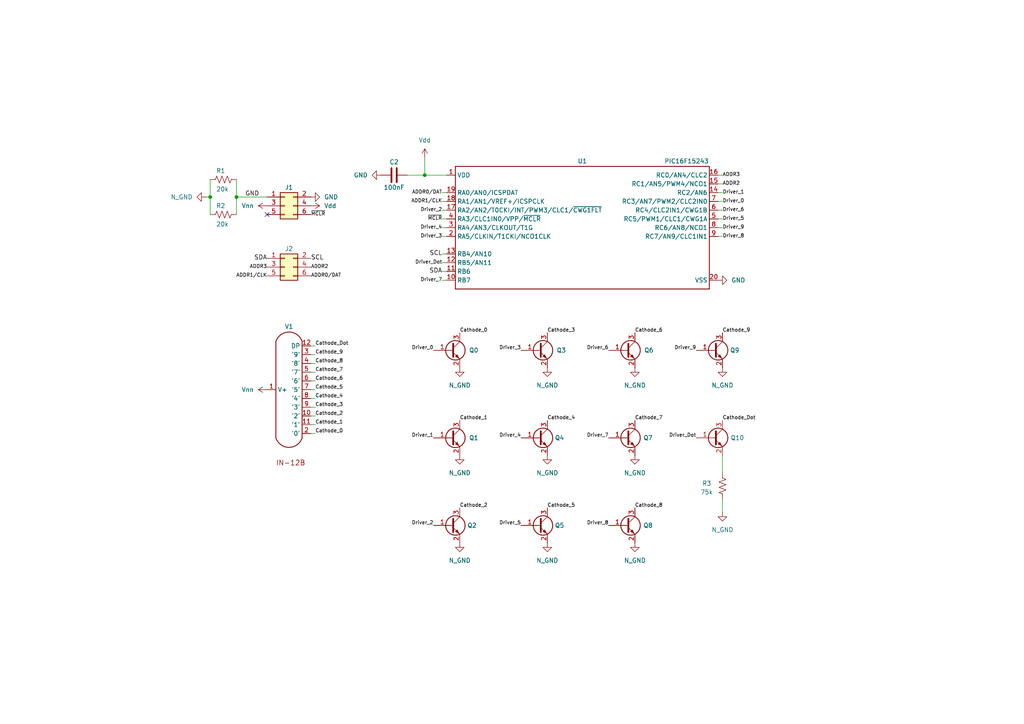
<source format=kicad_sch>
(kicad_sch (version 20231120) (generator "eeschema") (generator_version "8.0")
  (paper "A4")
  (lib_symbols
    (symbol "Connector_Generic:Conn_02x03_Odd_Even" (pin_names (offset 1.016) hide)
      (property "Reference" "J" (at 1.27 5.08 0))
      (property "Value" "Conn_02x03_Odd_Even" (at 1.27 -5.08 0))
      (symbol "Conn_02x03_Odd_Even_1_1"
        (rectangle (start -1.27 -2.413) (end 0 -2.667) (stroke (width 0.1524)))
        (rectangle (start -1.27 0.127) (end 0 -0.127) (stroke (width 0.1524)))
        (rectangle (start -1.27 2.667) (end 0 2.413) (stroke (width 0.1524)))
        (rectangle (start -1.27 3.81) (end 3.81 -3.81) (stroke (width 0.254)) (fill (type background)))
        (rectangle (start 3.81 -2.413) (end 2.54 -2.667) (stroke (width 0.1524)))
        (rectangle (start 3.81 0.127) (end 2.54 -0.127) (stroke (width 0.1524)))
        (rectangle (start 3.81 2.667) (end 2.54 2.413) (stroke (width 0.1524)))
        (pin passive line (at -5.08 2.54 0) (length 3.81) (name "Pin_1") (number "1"))
        (pin passive line (at 7.62 2.54 180) (length 3.81) (name "Pin_2") (number "2"))
        (pin passive line (at -5.08 0 0) (length 3.81) (name "Pin_3") (number "3"))
        (pin passive line (at 7.62 0 180) (length 3.81) (name "Pin_4") (number "4"))
        (pin passive line (at -5.08 -2.54 0) (length 3.81) (name "Pin_5") (number "5"))
        (pin passive line (at 7.62 -2.54 180) (length 3.81) (name "Pin_6") (number "6"))
      )
    )
    (symbol "Device:C" (pin_numbers hide) (pin_names (offset 0.254))
      (property "Reference" "C" (at 0.635 2.54 0))
      (property "Value" "C" (at 0.635 -2.54 0))
      (symbol "C_0_1"
        (polyline (pts (xy -2.032 -0.762) (xy 2.032 -0.762)) (stroke (width 0.508)))
        (polyline (pts (xy -2.032 0.762) (xy 2.032 0.762)) (stroke (width 0.508)))
      )
      (symbol "C_1_1"
        (pin passive line (at 0 3.81 270) (length 2.794) (name "~") (number "1"))
        (pin passive line (at 0 -3.81 90) (length 2.794) (name "~") (number "2"))
      )
    )
    (symbol "Device:R_US" (pin_numbers hide) (pin_names (offset 0))
      (property "Reference" "R" (at 2.54 0 90))
      (property "Value" "R_US" (at -2.54 0 90))
      (symbol "R_US_0_1"
        (polyline (pts (xy 0 -2.286) (xy 0 -2.54)))
        (polyline (pts (xy 0 2.286) (xy 0 2.54)))
        (polyline (pts (xy 0 -0.762) (xy 1.016 -1.143) (xy 0 -1.524) (xy -1.016 -1.905) (xy 0 -2.286)))
        (polyline (pts (xy 0 0.762) (xy 1.016 0.381) (xy 0 0) (xy -1.016 -0.381) (xy 0 -0.762)))
        (polyline (pts (xy 0 2.286) (xy 1.016 1.905) (xy 0 1.524) (xy -1.016 1.143) (xy 0 0.762)))
      )
      (symbol "R_US_1_1"
        (pin passive line (at 0 3.81 270) (length 1.27) (name "~") (number "1"))
        (pin passive line (at 0 -3.81 90) (length 1.27) (name "~") (number "2"))
      )
    )
    (symbol "Nixie Driver-eagle-import:IN-12B"
      (symbol "IN-12B_1_0"
        (arc (start -3.81 -15.772) (mid 0.0001 -18.518) (end 3.8101 -15.7718) (stroke (width 0.25)))
        (polyline (pts (xy -3.81 -15.772) (xy -3.81 12.168)) (stroke (width 0.25)))
        (polyline (pts (xy 3.81 12.168) (xy 3.81 -15.772)) (stroke (width 0.25)))
        (arc (start 3.81 12.168) (mid -0.0001 14.914) (end -3.8101 12.1678) (stroke (width 0.25)))
        (text "IN-12B" (at 3.81 18.518 0) (effects (font (size 1.48 1.48)) (justify right top)))
        (pin power_in line (at 6.35 -1.802 180) (length 2.54) (name "V+") (number "1"))
        (pin output line (at -6.35 5.818 0) (length 2.54) (name "'2'") (number "10"))
        (pin output line (at -6.35 8.358 0) (length 2.54) (name "'1'") (number "11"))
        (pin output line (at -6.35 -14.502 0) (length 2.54) (name "DP") (number "12"))
        (pin output line (at -6.35 10.898 0) (length 2.54) (name "'0'") (number "2"))
        (pin output line (at -6.35 -11.962 0) (length 2.54) (name "'9'") (number "3"))
        (pin output line (at -6.35 -9.422 0) (length 2.54) (name "'8'") (number "4"))
        (pin output line (at -6.35 -6.882 0) (length 2.54) (name "'7'") (number "5"))
        (pin output line (at -6.35 -4.342 0) (length 2.54) (name "'6'") (number "6"))
        (pin output line (at -6.35 -1.802 0) (length 2.54) (name "'5'") (number "7"))
        (pin output line (at -6.35 0.738 0) (length 2.54) (name "'4'") (number "8"))
        (pin output line (at -6.35 3.278 0) (length 2.54) (name "'3'") (number "9"))
      )
    )
    (symbol "Nixie Driver-eagle-import:PI16F15243T-I/SS"
      (symbol "PI16F15243T-I/SS_1_0"
        (polyline (pts (xy -36.83 -17.78) (xy -36.83 17.78)) (stroke (width 0.25)))
        (polyline (pts (xy -36.83 17.78) (xy 36.83 17.78)) (stroke (width 0.25)))
        (polyline (pts (xy 36.83 -17.78) (xy -36.83 -17.78)) (stroke (width 0.25)))
        (polyline (pts (xy 36.83 17.78) (xy 36.83 -17.78)) (stroke (width 0.25)))
        (pin power_in line (at -39.37 15.24 0) (length 2.54) (name "VDD") (number "1"))
        (pin bidirectional line (at -39.37 -15.24 0) (length 2.54) (name "RB7") (number "10"))
        (pin bidirectional line (at -39.37 -12.7 0) (length 2.54) (name "RB6") (number "11"))
        (pin bidirectional line (at -39.37 -10.16 0) (length 2.54) (name "RB5/AN11") (number "12"))
        (pin bidirectional line (at -39.37 -7.62 0) (length 2.54) (name "RB4/AN10") (number "13"))
        (pin bidirectional line (at 39.37 10.16 180) (length 2.54) (name "RC2/AN6") (number "14"))
        (pin bidirectional line (at 39.37 12.7 180) (length 2.54) (name "RC1/AN5/PWM4/NCO1") (number "15"))
        (pin bidirectional line (at 39.37 15.24 180) (length 2.54) (name "RC0/AN4/CLC2") (number "16"))
        (pin bidirectional line (at -39.37 5.08 0) (length 2.54) (name "RA2/AN2/T0CKI/INT/PWM3/CLC1/~{CWG1FLT}") (number "17"))
        (pin bidirectional line (at -39.37 7.62 0) (length 2.54) (name "RA1/AN1/VREF+/ICSPCLK") (number "18"))
        (pin bidirectional line (at -39.37 10.16 0) (length 2.54) (name "RA0/AN0/ICSPDAT") (number "19"))
        (pin bidirectional line (at -39.37 -2.54 0) (length 2.54) (name "RA5/CLKIN/T1CKI/NCO1CLK") (number "2"))
        (pin power_in line (at 39.37 -15.24 180) (length 2.54) (name "VSS") (number "20"))
        (pin bidirectional line (at -39.37 0 0) (length 2.54) (name "RA4/AN3/CLKOUT/T1G") (number "3"))
        (pin power_in line (at -39.37 2.54 0) (length 2.54) (name "RA3/CLC1IN0/VPP/~{MCLR}") (number "4"))
        (pin bidirectional line (at 39.37 2.54 180) (length 2.54) (name "RC5/PWM1/CLC1/CWG1A") (number "5"))
        (pin bidirectional line (at 39.37 5.08 180) (length 2.54) (name "RC4/CLC2IN1/CWG1B") (number "6"))
        (pin bidirectional line (at 39.37 7.62 180) (length 2.54) (name "RC3/AN7/PWM2/CLC2IN0") (number "7"))
        (pin bidirectional line (at 39.37 0 180) (length 2.54) (name "RC6/AN8/NCO1") (number "8"))
        (pin bidirectional line (at 39.37 -2.54 180) (length 2.54) (name "RC7/AN9/CLC1IN1") (number "9"))
      )
    )
    (symbol "R_US_1" (pin_numbers hide) (pin_names (offset 0))
      (property "Reference" "R" (at 2.54 0 90))
      (property "Value" "R_US" (at -2.54 0 90))
      (symbol "R_US_1_0_1"
        (polyline (pts (xy 0 -2.286) (xy 0 -2.54)))
        (polyline (pts (xy 0 2.286) (xy 0 2.54)))
        (polyline (pts (xy 0 -0.762) (xy 1.016 -1.143) (xy 0 -1.524) (xy -1.016 -1.905) (xy 0 -2.286)))
        (polyline (pts (xy 0 0.762) (xy 1.016 0.381) (xy 0 0) (xy -1.016 -0.381) (xy 0 -0.762)))
        (polyline (pts (xy 0 2.286) (xy 1.016 1.905) (xy 0 1.524) (xy -1.016 1.143) (xy 0 0.762)))
      )
      (symbol "R_US_1_1_1"
        (pin passive line (at 0 3.81 270) (length 1.27) (name "~") (number "1"))
        (pin passive line (at 0 -3.81 90) (length 1.27) (name "~") (number "2"))
      )
    )
    (symbol "Transistor_BJT:MMBTA42" (pin_names (offset 0) hide)
      (property "Reference" "Q" (at 5.08 1.905 0))
      (property "Value" "MMBTA42" (at 5.08 0 0))
      (symbol "MMBTA42_0_1"
        (polyline (pts (xy 0 0) (xy 0.635 0)))
        (polyline (pts (xy 0.635 0.635) (xy 2.54 2.54)))
        (polyline (pts (xy 0.635 -0.635) (xy 2.54 -2.54) (xy 2.54 -2.54)))
        (polyline (pts (xy 0.635 1.905) (xy 0.635 -1.905) (xy 0.635 -1.905)) (stroke (width 0.508)))
        (polyline (pts (xy 1.27 -1.778) (xy 1.778 -1.27) (xy 2.286 -2.286) (xy 1.27 -1.778) (xy 1.27 -1.778)) (fill (type outline)))
        (circle (center 1.27 0) (radius 2.8194) (stroke (width 0.254)))
      )
      (symbol "MMBTA42_1_1"
        (pin input line (at -5.08 0 0) (length 5.08) (name "B") (number "1"))
        (pin passive line (at 2.54 -5.08 90) (length 2.54) (name "E") (number "2"))
        (pin passive line (at 2.54 5.08 270) (length 2.54) (name "C") (number "3"))
      )
    )
    (symbol "power:+48V" (power) (pin_numbers hide) (pin_names (offset 0) hide)
      (property "Value" "+48V" (at 0 3.556 0))
      (symbol "+48V_0_1"
        (polyline (pts (xy -0.762 1.27) (xy 0 2.54)))
        (polyline (pts (xy 0 0) (xy 0 2.54)))
        (polyline (pts (xy 0 2.54) (xy 0.762 1.27)))
      )
      (symbol "+48V_1_1"
        (pin power_in line (at 0 0 90) (length 0) (name "~") (number "1"))
      )
    )
    (symbol "power:GND" (power) (pin_numbers hide) (pin_names (offset 0) hide)
      (property "Value" "GND" (at 0 -3.81 0))
      (symbol "GND_0_1"
        (polyline (pts (xy 0 0) (xy 0 -1.27) (xy 1.27 -1.27) (xy 0 -2.54) (xy -1.27 -1.27) (xy 0 -1.27)))
      )
      (symbol "GND_1_1"
        (pin power_in line (at 0 0 270) (length 0) (name "~") (number "1"))
      )
    )
    (symbol "power:GND1" (power) (pin_numbers hide) (pin_names (offset 0) hide)
      (property "Value" "GND1" (at 0 -3.81 0))
      (symbol "GND1_0_1"
        (polyline (pts (xy 0 0) (xy 0 -1.27) (xy 1.27 -1.27) (xy 0 -2.54) (xy -1.27 -1.27) (xy 0 -1.27)))
      )
      (symbol "GND1_1_1"
        (pin power_in line (at 0 0 270) (length 0) (name "~") (number "1"))
      )
    )
  )
  (junction (at 68.58 57.15))
  (junction (at 60.96 57.15))
  (junction (at 123.19 50.8))
  (no_connect (at 77.47 62.23))
  (wire (pts (xy 128.27 58.42) (xy 129.54 58.42)))
  (wire (pts (xy 128.27 55.88) (xy 129.54 55.88)))
  (wire (pts (xy 209.55 66.04) (xy 208.28 66.04)))
  (wire (pts (xy 209.55 50.8) (xy 208.28 50.8)))
  (wire (pts (xy 128.27 78.74) (xy 129.54 78.74)))
  (wire (pts (xy 209.55 55.88) (xy 208.28 55.88)))
  (wire (pts (xy 128.27 81.28) (xy 129.54 81.28)))
  (wire (pts (xy 128.27 76.2) (xy 129.54 76.2)))
  (wire (pts (xy 209.55 58.42) (xy 208.28 58.42)))
  (wire (pts (xy 209.55 60.96) (xy 208.28 60.96)))
  (wire (pts (xy 91.44 113.03) (xy 90.17 113.03)))
  (wire (pts (xy 91.44 115.57) (xy 90.17 115.57)))
  (wire (pts (xy 91.44 102.87) (xy 90.17 102.87)))
  (wire (pts (xy 209.55 144.78) (xy 209.55 148.59)))
  (wire (pts (xy 91.44 118.11) (xy 90.17 118.11)))
  (wire (pts (xy 128.27 73.66) (xy 129.54 73.66)))
  (wire (pts (xy 209.55 68.58) (xy 208.28 68.58)))
  (wire (pts (xy 91.44 100.33) (xy 90.17 100.33)))
  (wire (pts (xy 68.58 52.07) (xy 68.58 57.15)))
  (wire (pts (xy 91.44 107.95) (xy 90.17 107.95)))
  (wire (pts (xy 209.55 63.5) (xy 208.28 63.5)))
  (wire (pts (xy 123.19 45.72) (xy 123.19 50.8)))
  (wire (pts (xy 91.44 125.73) (xy 90.17 125.73)))
  (wire (pts (xy 128.27 60.96) (xy 129.54 60.96)))
  (wire (pts (xy 91.44 120.65) (xy 90.17 120.65)))
  (wire (pts (xy 209.55 53.34) (xy 208.28 53.34)))
  (wire (pts (xy 118.11 50.8) (xy 123.19 50.8)))
  (wire (pts (xy 60.96 57.15) (xy 60.96 62.23)))
  (wire (pts (xy 59.69 57.15) (xy 60.96 57.15)))
  (wire (pts (xy 128.27 63.5) (xy 129.54 63.5)))
  (wire (pts (xy 91.44 123.19) (xy 90.17 123.19)))
  (wire (pts (xy 128.27 68.58) (xy 129.54 68.58)))
  (wire (pts (xy 128.27 66.04) (xy 129.54 66.04)))
  (wire (pts (xy 68.58 62.23) (xy 68.58 57.15)))
  (wire (pts (xy 60.96 52.07) (xy 60.96 57.15)))
  (wire (pts (xy 68.58 57.15) (xy 77.47 57.15)))
  (wire (pts (xy 123.19 50.8) (xy 129.54 50.8)))
  (wire (pts (xy 91.44 105.41) (xy 90.17 105.41)))
  (wire (pts (xy 209.55 132.08) (xy 209.55 137.16)))
  (wire (pts (xy 91.44 110.49) (xy 90.17 110.49)))
  (label "Cathode_3" (at 158.75 96.52 0) (effects (font (size 1.016 1.016))))
  (label "Cathode_6" (at 184.15 96.52 0) (effects (font (size 1.016 1.016))))
  (label "Cathode_6" (at 91.44 110.49 0) (effects (font (size 1.016 1.016))))
  (label "Cathode_7" (at 184.15 121.92 0) (effects (font (size 1.016 1.016))))
  (label "Driver_Dot" (at 201.93 127 180) (effects (font (size 1.016 1.016))))
  (label "Driver_5" (at 209.55 63.5 0) (effects (font (size 1.016 1.016))))
  (label "Driver_5" (at 151.13 152.4 180) (effects (font (size 1.016 1.016))))
  (label "Driver_3" (at 128.27 68.58 180) (effects (font (size 1.016 1.016))))
  (label "Driver_7" (at 128.27 81.28 180) (effects (font (size 1.016 1.016))))
  (label "Cathode_4" (at 91.44 115.57 0) (effects (font (size 1.016 1.016))))
  (label "Driver_4" (at 151.13 127 180) (effects (font (size 1.016 1.016))))
  (label "Driver_9" (at 209.55 66.04 0) (effects (font (size 1.016 1.016))))
  (label "Cathode_0" (at 133.35 96.52 0) (effects (font (size 1.016 1.016))))
  (label "ADDR1/CLK" (at 128.27 58.42 180) (effects (font (size 1.016 1.016))))
  (label "Driver_Dot" (at 128.27 76.2 180) (effects (font (size 1.016 1.016))))
  (label "Driver_8" (at 176.53 152.4 180) (effects (font (size 1.016 1.016))))
  (label "Cathode_2" (at 91.44 120.65 0) (effects (font (size 1.016 1.016))))
  (label "Driver_7" (at 176.53 127 180) (effects (font (size 1.016 1.016))))
  (label "Driver_1" (at 125.73 127 180) (effects (font (size 1.016 1.016))))
  (label "SDA" (at 128.27 78.74 180))
  (label "ADDR3" (at 77.47 77.47 180) (effects (font (size 1.016 1.016))))
  (label "GND" (at 71.12 57.15 0))
  (label "Cathode_Dot" (at 209.55 121.92 0) (effects (font (size 1.016 1.016))))
  (label "Cathode_9" (at 209.55 96.52 0) (effects (font (size 1.016 1.016))))
  (label "Driver_2" (at 125.73 152.4 180) (effects (font (size 1.016 1.016))))
  (label "Cathode_7" (at 91.44 107.95 0) (effects (font (size 1.016 1.016))))
  (label "Driver_6" (at 209.55 60.96 0) (effects (font (size 1.016 1.016))))
  (label "ADDR1/CLK" (at 77.47 80.01 180) (effects (font (size 1.016 1.016))))
  (label "Cathode_8" (at 91.44 105.41 0) (effects (font (size 1.016 1.016))))
  (label "Driver_3" (at 151.13 101.6 180) (effects (font (size 1.016 1.016))))
  (label "Driver_9" (at 201.93 101.6 180) (effects (font (size 1.016 1.016))))
  (label "Cathode_8" (at 184.15 147.32 0) (effects (font (size 1.016 1.016))))
  (label "SCL" (at 128.27 73.66 180))
  (label "ADDR0/DAT" (at 90.17 80.01 0) (effects (font (size 1.016 1.016))))
  (label "ADDR2" (at 209.55 53.34 0) (effects (font (size 1.016 1.016))))
  (label "Driver_0" (at 209.55 58.42 0) (effects (font (size 1.016 1.016))))
  (label "SCL" (at 90.17 74.93 0))
  (label "Cathode_5" (at 91.44 113.03 0) (effects (font (size 1.016 1.016))))
  (label "Cathode_1" (at 91.44 123.19 0) (effects (font (size 1.016 1.016))))
  (label "~{MCLR}" (at 90.17 62.23 0) (effects (font (size 1.016 1.016))))
  (label "Cathode_9" (at 91.44 102.87 0) (effects (font (size 1.016 1.016))))
  (label "ADDR3" (at 209.55 50.8 0) (effects (font (size 1.016 1.016))))
  (label "~{MCLR}" (at 128.27 63.5 180) (effects (font (size 1.016 1.016))))
  (label "SDA" (at 77.47 74.93 180))
  (label "Driver_6" (at 176.53 101.6 180) (effects (font (size 1.016 1.016))))
  (label "Cathode_Dot" (at 91.44 100.33 0) (effects (font (size 1.016 1.016))))
  (label "Cathode_2" (at 133.35 147.32 0) (effects (font (size 1.016 1.016))))
  (label "Cathode_4" (at 158.75 121.92 0) (effects (font (size 1.016 1.016))))
  (label "ADDR0/DAT" (at 128.27 55.88 180) (effects (font (size 1.016 1.016))))
  (label "Cathode_1" (at 133.35 121.92 0) (effects (font (size 1.016 1.016))))
  (label "Driver_8" (at 209.55 68.58 0) (effects (font (size 1.016 1.016))))
  (label "Driver_2" (at 128.27 60.96 180) (effects (font (size 1.016 1.016))))
  (label "Cathode_5" (at 158.75 147.32 0) (effects (font (size 1.016 1.016))))
  (label "Driver_0" (at 125.73 101.6 180) (effects (font (size 1.016 1.016))))
  (label "Cathode_0" (at 91.44 125.73 0) (effects (font (size 1.016 1.016))))
  (label "Driver_1" (at 209.55 55.88 0) (effects (font (size 1.016 1.016))))
  (label "ADDR2" (at 90.17 77.47 0) (effects (font (size 1.016 1.016))))
  (label "Driver_4" (at 128.27 66.04 180) (effects (font (size 1.016 1.016))))
  (label "Cathode_3" (at 91.44 118.11 0) (effects (font (size 1.016 1.016))))
  (symbol (lib_id "power:+48V") (at 123.19 45.72 0) (unit 1)
    (property "Reference" "#PWR017" (effects (hide yes)))
    (property "Value" "Vdd" (at 123.19 40.64 0))
    (property "Description" "Power symbol creates a global label with name \"+48V\"" (effects (hide yes)))
  )
  (symbol (lib_id "Nixie Driver-eagle-import:PI16F15243T-I/SS") (at 168.91 66.04 0) (unit 1)
    (property "Reference" "U1" (at 168.91 46.736 0))
    (property "Value" "PIC16F15243" (at 199.136 46.736 0))
    (property "Footprint" "Package_SO:SSOP-20_5.3x7.2mm_P0.65mm" (effects (hide yes)))
  )
  (symbol (lib_id "Transistor_BJT:MMBTA42") (at 156.21 101.6 0) (unit 1)
    (property "Reference" "Q3" (at 162.814 101.6 0))
    (property "Value" "MMBTA42LT1G" (effects (hide yes)))
    (property "Footprint" "Package_TO_SOT_SMD:SOT-23" (effects (hide yes)))
    (property "Datasheet" "https://www.onsemi.com/pub/Collateral/MMBTA42LT1-D.PDF" (effects (hide yes)))
    (property "Description" "0.5A Ic, 300V Vce, NPN High Voltage Transistor, SOT-23" (effects (hide yes)))
  )
  (symbol (lib_id "power:GND1") (at 133.35 157.48 0) (unit 1)
    (property "Reference" "#PWR011" (effects (hide yes)))
    (property "Value" "N_GND" (at 133.35 162.56 0))
    (property "Description" "Power symbol creates a global label with name \"GND1\" , ground" (effects (hide yes)))
  )
  (symbol (lib_id "power:GND1") (at 184.15 132.08 0) (unit 1)
    (property "Reference" "#PWR010" (effects (hide yes)))
    (property "Value" "N_GND" (at 184.15 137.16 0))
    (property "Description" "Power symbol creates a global label with name \"GND1\" , ground" (effects (hide yes)))
  )
  (symbol (lib_id "Device:R_US") (at 64.77 52.07 90) (unit 1)
    (property "Reference" "R1" (at 64.008 49.53 90))
    (property "Value" "20k" (at 64.516 54.864 90))
    (property "Footprint" "Resistor_SMD:R_1206_3216Metric" (effects (hide yes)))
    (property "Description" "Resistor, US symbol" (effects (hide yes)))
  )
  (symbol (lib_id "power:GND1") (at 184.15 157.48 0) (unit 1)
    (property "Reference" "#PWR013" (effects (hide yes)))
    (property "Value" "N_GND" (at 184.15 162.56 0))
    (property "Description" "Power symbol creates a global label with name \"GND1\" , ground" (effects (hide yes)))
  )
  (symbol (lib_id "Connector_Generic:Conn_02x03_Odd_Even") (at 82.55 59.69 0) (unit 1)
    (property "Reference" "J1" (at 83.82 54.356 0))
    (property "Value" "Conn_02x03_Odd_Even" (effects (hide yes)))
    (property "Footprint" "Connector_PinHeader_2.54mm:PinHeader_2x03_P2.54mm_Vertical" (effects (hide yes)))
    (property "Description" "Generic connector, double row, 02x03, odd/even pin numbering scheme (row 1 odd numbers, row 2 even numbers), script generated (kicad-library-utils/schlib/autogen/connector/)" (effects (hide yes)))
  )
  (symbol (lib_id "power:GND1") (at 59.69 57.15 270) (unit 1)
    (property "Reference" "#PWR03" (effects (hide yes)))
    (property "Value" "N_GND" (at 55.88 57.1499 90) (effects (justify right)))
    (property "Description" "Power symbol creates a global label with name \"GND1\" , ground" (effects (hide yes)))
  )
  (symbol (lib_id "power:GND1") (at 209.55 148.59 0) (unit 1)
    (property "Reference" "#PWR014" (effects (hide yes)))
    (property "Value" "N_GND" (at 209.55 153.67 0))
    (property "Description" "Power symbol creates a global label with name \"GND1\" , ground" (effects (hide yes)))
  )
  (symbol (lib_id "Device:C") (at 114.3 50.8 270) (unit 1)
    (property "Reference" "C2" (at 114.3 46.99 90))
    (property "Value" "100nF" (at 114.3 54.356 90))
    (property "Footprint" "Capacitor_SMD:C_0603_1608Metric" (effects (hide yes)))
    (property "Description" "Unpolarized capacitor" (effects (hide yes)))
  )
  (symbol (lib_id "power:GND1") (at 133.35 106.68 0) (unit 1)
    (property "Reference" "#PWR04" (effects (hide yes)))
    (property "Value" "N_GND" (at 133.35 111.76 0))
    (property "Description" "Power symbol creates a global label with name \"GND1\" , ground" (effects (hide yes)))
  )
  (symbol (lib_id "power:GND1") (at 158.75 106.68 0) (unit 1)
    (property "Reference" "#PWR05" (effects (hide yes)))
    (property "Value" "N_GND" (at 158.75 111.76 0))
    (property "Description" "Power symbol creates a global label with name \"GND1\" , ground" (effects (hide yes)))
  )
  (symbol (lib_id "power:GND") (at 208.28 81.28 90) (unit 1)
    (property "Reference" "#PWR019" (effects (hide yes)))
    (property "Value" "GND" (at 212.09 81.2799 90) (effects (justify right)))
    (property "Description" "Power symbol creates a global label with name \"GND\" , ground" (effects (hide yes)))
  )
  (symbol (lib_id "Nixie Driver-eagle-import:IN-12B") (at 83.82 114.832 180) (unit 1)
    (property "Reference" "V1" (at 83.82 93.98 0) (effects (justify bottom)))
    (property "Value" "IN-12B" (effects (hide yes)))
    (property "Footprint" "Nixie Driver:IN-12[A_B]" (effects (hide yes)))
  )
  (symbol (lib_id "power:GND1") (at 158.75 132.08 0) (unit 1)
    (property "Reference" "#PWR09" (effects (hide yes)))
    (property "Value" "N_GND" (at 158.75 137.16 0))
    (property "Description" "Power symbol creates a global label with name \"GND1\" , ground" (effects (hide yes)))
  )
  (symbol (lib_id "Transistor_BJT:MMBTA42") (at 207.01 101.6 0) (unit 1)
    (property "Reference" "Q9" (at 213.106 101.6 0))
    (property "Value" "MMBTA42LT1G" (effects (hide yes)))
    (property "Footprint" "Package_TO_SOT_SMD:SOT-23" (effects (hide yes)))
    (property "Datasheet" "https://www.onsemi.com/pub/Collateral/MMBTA42LT1-D.PDF" (effects (hide yes)))
    (property "Description" "0.5A Ic, 300V Vce, NPN High Voltage Transistor, SOT-23" (effects (hide yes)))
  )
  (symbol (lib_id "Transistor_BJT:MMBTA42") (at 156.21 152.4 0) (unit 1)
    (property "Reference" "Q5" (at 162.306 152.4 0))
    (property "Value" "MMBTA42LT1G" (effects (hide yes)))
    (property "Footprint" "Package_TO_SOT_SMD:SOT-23" (effects (hide yes)))
    (property "Datasheet" "https://www.onsemi.com/pub/Collateral/MMBTA42LT1-D.PDF" (effects (hide yes)))
    (property "Description" "0.5A Ic, 300V Vce, NPN High Voltage Transistor, SOT-23" (effects (hide yes)))
  )
  (symbol (lib_id "Transistor_BJT:MMBTA42") (at 130.81 127 0) (unit 1)
    (property "Reference" "Q1" (at 137.414 127 0))
    (property "Value" "MMBTA42LT1G" (effects (hide yes)))
    (property "Footprint" "Package_TO_SOT_SMD:SOT-23" (effects (hide yes)))
    (property "Datasheet" "https://www.onsemi.com/pub/Collateral/MMBTA42LT1-D.PDF" (effects (hide yes)))
    (property "Description" "0.5A Ic, 300V Vce, NPN High Voltage Transistor, SOT-23" (effects (hide yes)))
  )
  (symbol (lib_id "power:+48V") (at 77.47 59.69 90) (unit 1)
    (property "Reference" "#PWR016" (effects (hide yes)))
    (property "Value" "Vnn" (at 73.66 59.6901 90) (effects (justify left)))
    (property "Description" "Power symbol creates a global label with name \"+48V\"" (effects (hide yes)))
  )
  (symbol (lib_id "Transistor_BJT:MMBTA42") (at 181.61 101.6 0) (unit 1)
    (property "Reference" "Q6" (at 188.214 101.6 0))
    (property "Value" "MMBTA42LT1G" (effects (hide yes)))
    (property "Footprint" "Package_TO_SOT_SMD:SOT-23" (effects (hide yes)))
    (property "Datasheet" "https://www.onsemi.com/pub/Collateral/MMBTA42LT1-D.PDF" (effects (hide yes)))
    (property "Description" "0.5A Ic, 300V Vce, NPN High Voltage Transistor, SOT-23" (effects (hide yes)))
  )
  (symbol (lib_id "power:+48V") (at 90.17 59.69 270) (unit 1)
    (property "Reference" "#PWR018" (effects (hide yes)))
    (property "Value" "Vdd" (at 93.98 59.6899 90) (effects (justify left)))
    (property "Description" "Power symbol creates a global label with name \"+48V\"" (effects (hide yes)))
  )
  (symbol (lib_id "Transistor_BJT:MMBTA42") (at 156.21 127 0) (unit 1)
    (property "Reference" "Q4" (at 162.306 127 0))
    (property "Value" "MMBTA42LT1G" (effects (hide yes)))
    (property "Footprint" "Package_TO_SOT_SMD:SOT-23" (effects (hide yes)))
    (property "Datasheet" "https://www.onsemi.com/pub/Collateral/MMBTA42LT1-D.PDF" (effects (hide yes)))
    (property "Description" "0.5A Ic, 300V Vce, NPN High Voltage Transistor, SOT-23" (effects (hide yes)))
  )
  (symbol (lib_id "power:+48V") (at 77.47 113.03 90) (unit 1)
    (property "Reference" "#PWR015" (effects (hide yes)))
    (property "Value" "Vnn" (at 73.66 113.0299 90) (effects (justify left)))
    (property "Description" "Power symbol creates a global label with name \"+48V\"" (effects (hide yes)))
  )
  (symbol (lib_id "Transistor_BJT:MMBTA42") (at 130.81 152.4 0) (unit 1)
    (property "Reference" "Q2" (at 136.906 152.4 0))
    (property "Value" "MMBTA42LT1G" (effects (hide yes)))
    (property "Footprint" "Package_TO_SOT_SMD:SOT-23" (effects (hide yes)))
    (property "Datasheet" "https://www.onsemi.com/pub/Collateral/MMBTA42LT1-D.PDF" (effects (hide yes)))
    (property "Description" "0.5A Ic, 300V Vce, NPN High Voltage Transistor, SOT-23" (effects (hide yes)))
  )
  (symbol (lib_id "power:GND1") (at 209.55 106.68 0) (unit 1)
    (property "Reference" "#PWR07" (effects (hide yes)))
    (property "Value" "N_GND" (at 209.55 111.76 0))
    (property "Description" "Power symbol creates a global label with name \"GND1\" , ground" (effects (hide yes)))
  )
  (symbol (lib_id "Transistor_BJT:MMBTA42") (at 181.61 152.4 0) (unit 1)
    (property "Reference" "Q8" (at 187.96 152.4 0))
    (property "Value" "MMBTA42LT1G" (effects (hide yes)))
    (property "Footprint" "Package_TO_SOT_SMD:SOT-23" (effects (hide yes)))
    (property "Datasheet" "https://www.onsemi.com/pub/Collateral/MMBTA42LT1-D.PDF" (effects (hide yes)))
    (property "Description" "0.5A Ic, 300V Vce, NPN High Voltage Transistor, SOT-23" (effects (hide yes)))
  )
  (symbol (lib_id "Transistor_BJT:MMBTA42") (at 207.01 127 0) (unit 1)
    (property "Reference" "Q10" (at 213.868 127 0))
    (property "Value" "MMBTA42LT1G" (effects (hide yes)))
    (property "Footprint" "Package_TO_SOT_SMD:SOT-23" (effects (hide yes)))
    (property "Datasheet" "https://www.onsemi.com/pub/Collateral/MMBTA42LT1-D.PDF" (effects (hide yes)))
    (property "Description" "0.5A Ic, 300V Vce, NPN High Voltage Transistor, SOT-23" (effects (hide yes)))
  )
  (symbol (lib_id "power:GND") (at 110.49 50.8 270) (unit 1)
    (property "Reference" "#PWR01" (effects (hide yes)))
    (property "Value" "GND" (at 106.68 50.7999 90) (effects (justify right)))
    (property "Description" "Power symbol creates a global label with name \"GND\" , ground" (effects (hide yes)))
  )
  (symbol (lib_id "Connector_Generic:Conn_02x03_Odd_Even") (at 82.55 77.47 0) (unit 1)
    (property "Reference" "J2" (at 83.82 72.136 0))
    (property "Value" "Conn_02x03_Odd_Even" (effects (hide yes)))
    (property "Footprint" "Connector_PinHeader_2.54mm:PinHeader_2x03_P2.54mm_Vertical" (effects (hide yes)))
    (property "Description" "Generic connector, double row, 02x03, odd/even pin numbering scheme (row 1 odd numbers, row 2 even numbers), script generated (kicad-library-utils/schlib/autogen/connector/)" (effects (hide yes)))
  )
  (symbol (lib_id "power:GND1") (at 133.35 132.08 0) (unit 1)
    (property "Reference" "#PWR08" (effects (hide yes)))
    (property "Value" "N_GND" (at 133.35 137.16 0))
    (property "Description" "Power symbol creates a global label with name \"GND1\" , ground" (effects (hide yes)))
  )
  (symbol (lib_id "power:GND1") (at 184.15 106.68 0) (unit 1)
    (property "Reference" "#PWR06" (effects (hide yes)))
    (property "Value" "N_GND" (at 184.15 111.76 0))
    (property "Description" "Power symbol creates a global label with name \"GND1\" , ground" (effects (hide yes)))
  )
  (symbol (lib_id "power:GND") (at 90.17 57.15 90) (unit 1)
    (property "Reference" "#PWR02" (effects (hide yes)))
    (property "Value" "GND" (at 93.98 57.1499 90) (effects (justify right)))
    (property "Description" "Power symbol creates a global label with name \"GND\" , ground" (effects (hide yes)))
  )
  (symbol (lib_id "power:GND1") (at 158.75 157.48 0) (unit 1)
    (property "Reference" "#PWR012" (effects (hide yes)))
    (property "Value" "N_GND" (at 158.75 162.56 0))
    (property "Description" "Power symbol creates a global label with name \"GND1\" , ground" (effects (hide yes)))
  )
  (symbol (lib_id "Transistor_BJT:MMBTA42") (at 130.81 101.6 0) (unit 1)
    (property "Reference" "Q0" (at 137.414 101.6 0))
    (property "Value" "MMBTA42LT1G" (effects (hide yes)))
    (property "Footprint" "Package_TO_SOT_SMD:SOT-23" (effects (hide yes)))
    (property "Datasheet" "https://www.onsemi.com/pub/Collateral/MMBTA42LT1-D.PDF" (effects (hide yes)))
    (property "Description" "0.5A Ic, 300V Vce, NPN High Voltage Transistor, SOT-23" (effects (hide yes)))
  )
  (symbol (lib_id "Device:R_US") (at 64.77 62.23 90) (unit 1)
    (property "Reference" "R2" (at 64.008 59.69 90))
    (property "Value" "20k" (at 64.516 65.024 90))
    (property "Footprint" "Resistor_SMD:R_1206_3216Metric" (effects (hide yes)))
    (property "Description" "Resistor, US symbol" (effects (hide yes)))
  )
  (symbol (lib_id "Transistor_BJT:MMBTA42") (at 181.61 127 0) (unit 1)
    (property "Reference" "Q7" (at 187.96 127 0))
    (property "Value" "MMBTA42LT1G" (effects (hide yes)))
    (property "Footprint" "Package_TO_SOT_SMD:SOT-23" (effects (hide yes)))
    (property "Datasheet" "https://www.onsemi.com/pub/Collateral/MMBTA42LT1-D.PDF" (effects (hide yes)))
    (property "Description" "0.5A Ic, 300V Vce, NPN High Voltage Transistor, SOT-23" (effects (hide yes)))
  )
  (symbol (lib_name "R_US_1") (lib_id "Device:R_US") (at 209.55 140.97 180) (unit 1)
    (property "Reference" "R3" (at 204.978 140.208 0))
    (property "Value" "75k" (at 204.978 142.748 0))
    (property "Footprint" "Resistor_SMD:R_1206_3216Metric" (effects (hide yes)))
    (property "Description" "Resistor, US symbol" (effects (hide yes)))
  )
)
</source>
